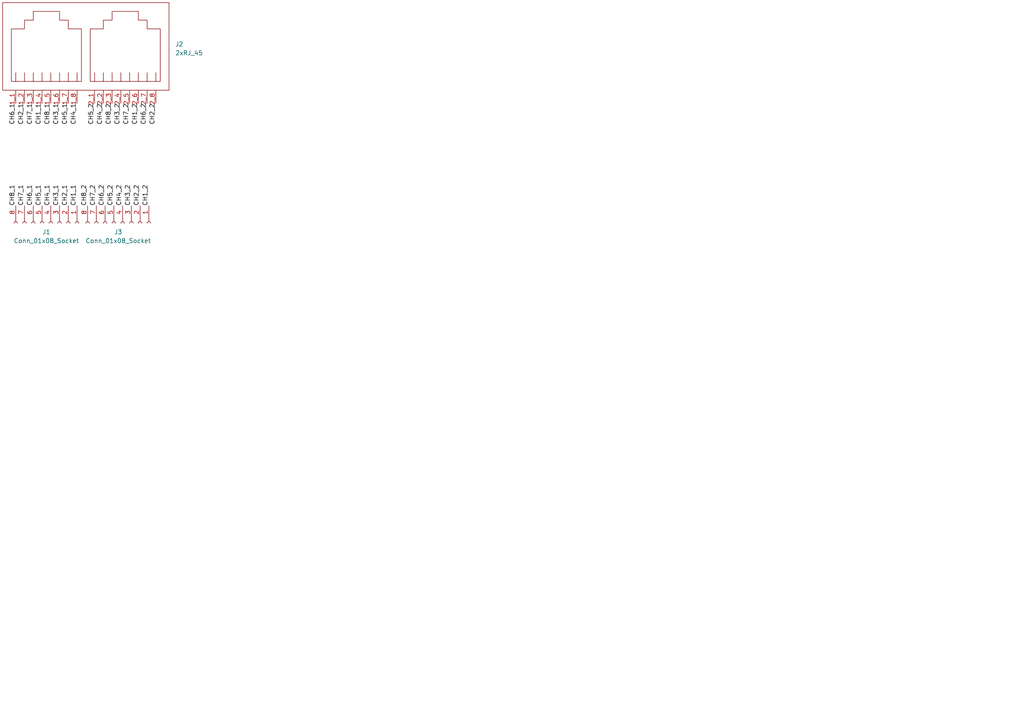
<source format=kicad_sch>
(kicad_sch (version 20230121) (generator eeschema)
  (paper "A4")
  (lib_symbols
    (symbol "Connector:Conn_01x08_Socket" (pin_names (offset 1.016) hide)
      (property "Reference" "J" (at 0 10.16 0))
      (property "Value" "Conn_01x08_Socket" (at 0 -12.7 0))
      (symbol "Conn_01x08_Socket_1_1"
        (arc (start 0 -9.652) (mid -0.5058 -10.16) (end 0 -10.668) (stroke (width 0.1524)))
        (arc (start 0 -7.112) (mid -0.5058 -7.62) (end 0 -8.128) (stroke (width 0.1524)))
        (arc (start 0 -4.572) (mid -0.5058 -5.08) (end 0 -5.588) (stroke (width 0.1524)))
        (arc (start 0 -2.032) (mid -0.5058 -2.54) (end 0 -3.048) (stroke (width 0.1524)))
        (polyline (pts (xy -1.27 -10.16) (xy -0.508 -10.16)) (stroke (width 0.1524)))
        (polyline (pts (xy -1.27 -7.62) (xy -0.508 -7.62)) (stroke (width 0.1524)))
        (polyline (pts (xy -1.27 -5.08) (xy -0.508 -5.08)) (stroke (width 0.1524)))
        (polyline (pts (xy -1.27 -2.54) (xy -0.508 -2.54)) (stroke (width 0.1524)))
        (polyline (pts (xy -1.27 0) (xy -0.508 0)) (stroke (width 0.1524)))
        (polyline (pts (xy -1.27 2.54) (xy -0.508 2.54)) (stroke (width 0.1524)))
        (polyline (pts (xy -1.27 5.08) (xy -0.508 5.08)) (stroke (width 0.1524)))
        (polyline (pts (xy -1.27 7.62) (xy -0.508 7.62)) (stroke (width 0.1524)))
        (arc (start 0 0.508) (mid -0.5058 0) (end 0 -0.508) (stroke (width 0.1524)))
        (arc (start 0 3.048) (mid -0.5058 2.54) (end 0 2.032) (stroke (width 0.1524)))
        (arc (start 0 5.588) (mid -0.5058 5.08) (end 0 4.572) (stroke (width 0.1524)))
        (arc (start 0 8.128) (mid -0.5058 7.62) (end 0 7.112) (stroke (width 0.1524)))
        (pin passive line (at -5.08 7.62 0) (length 3.81) (name "Pin_1") (number "1"))
        (pin passive line (at -5.08 5.08 0) (length 3.81) (name "Pin_2") (number "2"))
        (pin passive line (at -5.08 2.54 0) (length 3.81) (name "Pin_3") (number "3"))
        (pin passive line (at -5.08 0 0) (length 3.81) (name "Pin_4") (number "4"))
        (pin passive line (at -5.08 -2.54 0) (length 3.81) (name "Pin_5") (number "5"))
        (pin passive line (at -5.08 -5.08 0) (length 3.81) (name "Pin_6") (number "6"))
        (pin passive line (at -5.08 -7.62 0) (length 3.81) (name "Pin_7") (number "7"))
        (pin passive line (at -5.08 -10.16 0) (length 3.81) (name "Pin_8") (number "8"))
      )
    )
    (symbol "Duel_Ethernet_Port:Duel_Ethernet_Port"
      (property "Reference" "J" (at -10.16 25.4 0))
      (property "Value" "2xRJ_45" (at 10.16 25.4 0))
      (symbol "Duel_Ethernet_Port_0_0"
        (pin passive line (at -15.24 17.78 0) (length 2.54) (name "") (number "1_2"))
        (pin passive line (at -15.24 -5.08 0) (length 2.54) (name "") (number "2_2"))
      )
      (symbol "Duel_Ethernet_Port_0_1"
        (rectangle (start -11.43 24.13) (end 13.97 -24.13))
        (polyline (pts (xy -12.7 -20.32) (xy -11.43 -20.32)))
        (polyline (pts (xy -12.7 -17.78) (xy -11.43 -17.78)))
        (polyline (pts (xy -12.7 -15.24) (xy -11.43 -15.24)))
        (polyline (pts (xy -12.7 -12.7) (xy -11.43 -12.7)))
        (polyline (pts (xy -12.7 -10.16) (xy -11.43 -10.16)))
        (polyline (pts (xy -12.7 -7.62) (xy -11.43 -7.62)))
        (polyline (pts (xy -12.7 -5.08) (xy -11.43 -5.08)))
        (polyline (pts (xy -12.7 -2.54) (xy -11.43 -2.54)))
        (polyline (pts (xy -12.7 2.54) (xy -11.43 2.54)))
        (polyline (pts (xy -12.7 5.08) (xy -11.43 5.08)))
        (polyline (pts (xy -12.7 7.62) (xy -11.43 7.62)))
        (polyline (pts (xy -12.7 10.16) (xy -11.43 10.16)))
        (polyline (pts (xy -12.7 12.7) (xy -11.43 12.7)))
        (polyline (pts (xy -12.7 15.24) (xy -11.43 15.24)))
        (polyline (pts (xy -12.7 17.78) (xy -11.43 17.78)))
        (polyline (pts (xy -12.7 20.32) (xy -11.43 20.32)))
        (polyline (pts (xy -8.89 -17.78) (xy -6.35 -17.78)))
        (polyline (pts (xy -8.89 -12.7) (xy -6.35 -12.7)))
        (polyline (pts (xy -8.89 -7.62) (xy -6.35 -7.62)))
        (polyline (pts (xy -8.89 -2.54) (xy -6.35 -2.54)))
        (polyline (pts (xy -8.89 5.08) (xy -6.35 5.08)))
        (polyline (pts (xy -8.89 10.16) (xy -6.35 10.16)))
        (polyline (pts (xy -8.89 15.24) (xy -6.35 15.24)))
        (polyline (pts (xy -8.89 20.32) (xy -6.35 20.32)))
        (polyline (pts (xy -8.89 -20.32) (xy -6.35 -20.32) (xy -6.35 -20.32)))
        (polyline (pts (xy -8.89 -15.24) (xy -6.35 -15.24) (xy -6.35 -15.24)))
        (polyline (pts (xy -8.89 -10.16) (xy -6.35 -10.16) (xy -6.35 -10.16)))
        (polyline (pts (xy -8.89 -5.08) (xy -6.35 -5.08) (xy -6.35 -5.08)))
        (polyline (pts (xy -8.89 2.54) (xy -6.35 2.54) (xy -6.35 2.54)))
        (polyline (pts (xy -8.89 7.62) (xy -6.35 7.62) (xy -6.35 7.62)))
        (polyline (pts (xy -8.89 12.7) (xy -6.35 12.7) (xy -6.35 12.7)))
        (polyline (pts (xy -8.89 17.78) (xy -6.35 17.78) (xy -6.35 17.78)))
        (polyline (pts (xy -8.89 -1.27) (xy -8.89 -21.59) (xy 6.35 -21.59) (xy 6.35 -17.78) (xy 8.89 -17.78) (xy 8.89 -15.24) (xy 11.43 -15.24) (xy 11.43 -7.62) (xy 8.89 -7.62) (xy 8.89 -5.08) (xy 6.35 -5.08) (xy 6.35 -1.27) (xy -8.89 -1.27)))
        (polyline (pts (xy -8.89 21.59) (xy -8.89 1.27) (xy 6.35 1.27) (xy 6.35 5.08) (xy 8.89 5.08) (xy 8.89 7.62) (xy 11.43 7.62) (xy 11.43 15.24) (xy 8.89 15.24) (xy 8.89 17.78) (xy 6.35 17.78) (xy 6.35 21.59) (xy -8.89 21.59)))
      )
      (symbol "Duel_Ethernet_Port_1_0"
        (pin passive line (at -15.24 20.32 0) (length 2.54) (name "") (number "1_1"))
        (pin passive line (at -15.24 12.7 0) (length 2.54) (name "") (number "1_4"))
        (pin passive line (at -15.24 10.16 0) (length 2.54) (name "") (number "1_5"))
        (pin passive line (at -15.24 5.08 0) (length 2.54) (name "") (number "1_7"))
        (pin passive line (at -15.24 -2.54 0) (length 2.54) (name "") (number "2_1"))
        (pin passive line (at -15.24 -10.16 0) (length 2.54) (name "") (number "2_4"))
        (pin passive line (at -15.24 -12.7 0) (length 2.54) (name "") (number "2_5"))
        (pin passive line (at -15.24 -17.78 0) (length 2.54) (name "") (number "2_7"))
      )
      (symbol "Duel_Ethernet_Port_1_1"
        (pin passive line (at -15.24 15.24 0) (length 2.54) (name "") (number "1_3"))
        (pin passive line (at -15.24 7.62 0) (length 2.54) (name "") (number "1_6"))
        (pin passive line (at -15.24 2.54 0) (length 2.54) (name "") (number "1_8"))
        (pin passive line (at -15.24 -7.62 0) (length 2.54) (name "") (number "2_3"))
        (pin passive line (at -15.24 -15.24 0) (length 2.54) (name "") (number "2_6"))
        (pin passive line (at -15.24 -20.32 0) (length 2.54) (name "") (number "2_8"))
      )
    )
  )
  (label "CH3_1" (at 17.272 59.69 90))
  (label "CH5_2" (at 27.432 29.972 270))
  (label "CH2_1" (at 7.112 29.972 270))
  (label "CH3_2" (at 35.052 29.972 270))
  (label "CH7_2" (at 37.592 29.972 270))
  (label "CH5_2" (at 33.02 59.69 90))
  (label "CH7_1" (at 7.112 59.69 90))
  (label "CH1_2" (at 43.18 59.69 90))
  (label "CH2_2" (at 40.64 59.69 90))
  (label "CH4_1" (at 22.352 29.972 270))
  (label "CH8_2" (at 25.4 59.69 90))
  (label "CH3_2" (at 38.1 59.69 90))
  (label "CH7_1" (at 9.652 29.972 270))
  (label "CH5_1" (at 12.192 59.69 90))
  (label "CH4_1" (at 14.732 59.69 90))
  (label "CH4_2" (at 35.56 59.69 90))
  (label "CH8_1" (at 14.732 29.972 270))
  (label "CH5_1" (at 19.812 29.972 270))
  (label "CH6_1" (at 4.572 29.972 270))
  (label "CH8_2" (at 32.512 29.972 270))
  (label "CH4_2" (at 29.972 29.972 270))
  (label "CH6_1" (at 9.652 59.69 90))
  (label "CH3_1" (at 17.272 29.972 270))
  (label "CH2_1" (at 19.812 59.69 90))
  (label "CH1_1" (at 12.192 29.972 270))
  (label "CH6_2" (at 30.48 59.69 90))
  (label "CH8_1" (at 4.572 59.69 90))
  (label "CH1_1" (at 22.352 59.69 90))
  (label "CH7_2" (at 27.94 59.69 90))
  (label "CH2_2" (at 45.212 29.972 270))
  (label "CH1_2" (at 40.132 29.972 270))
  (label "CH6_2" (at 42.672 29.972 270))
  (symbol (lib_id "Connector:Conn_01x08_Socket") (at 14.732 64.77 270) (unit 1)
    (property "Reference" "J1" (at 13.462 67.31 90))
    (property "Value" "Conn_01x08_Socket" (at 13.462 69.85 90))
    (property "Footprint" "Connector_PinSocket_2.54mm:PinSocket_1x08_P2.54mm_Vertical" (effects hide))
  )
  (symbol (lib_id "Duel_Ethernet_Port:Duel_Ethernet_Port") (at 24.892 14.732 90) (unit 1)
    (property "Reference" "J2" (at 50.8 12.827 90) (effects (justify right)))
    (property "Value" "2xRJ_45" (at 50.8 15.367 90) (effects (justify right)))
    (property "Footprint" "TE_2xRJ45:TE_2xRJ45" (effects hide))
  )
  (symbol (lib_id "Connector:Conn_01x08_Socket") (at 35.56 64.77 270) (unit 1)
    (property "Reference" "J3" (at 34.29 67.31 90))
    (property "Value" "Conn_01x08_Socket" (at 34.29 69.85 90))
    (property "Footprint" "Connector_PinSocket_2.54mm:PinSocket_1x08_P2.54mm_Vertical" (effects hide))
  )
)
</source>
